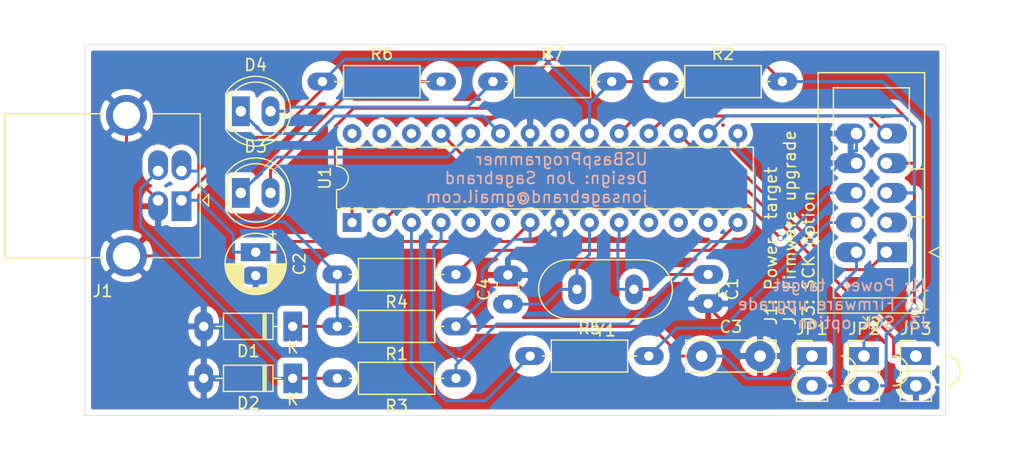
<source format=kicad_pcb>
(kicad_pcb (version 20211014) (generator pcbnew)
  (layers (0 "F.Cu" signal) (31 "B.Cu" signal) (34 "B.Paste" user) (35 "F.Paste" user) (36 "B.SilkS" user "B.Silkscreen") (37 "F.SilkS" user "F.Silkscreen") (38 "B.Mask" user) (39 "F.Mask" user) (44 "Edge.Cuts" user))
  (net 0 "")
  (net 1 "GND")
  (net 2 "XTAL2")
  (net 3 "+5V")
  (net 4 "XTAL1")
  (net 5 "Net-(D1-Pad1)")
  (net 6 "Net-(D2-Pad1)")
  (net 7 "Net-(D3-Pad2)")
  (net 8 "GreenLED")
  (net 9 "Net-(D4-Pad2)")
  (net 10 "RedLED")
  (net 11 "Net-(JP2-Pad1)")
  (net 12 "Net-(JP3-Pad1)")
  (net 13 "Net-(R3-Pad1)")
  (net 14 "Net-(R4-Pad1)")
  (net 15 "Net-(R5-Pad1)")
  (net 16 "Net-(U1-Pad28)")
  (net 17 "Net-(U1-Pad27)")
  (net 18 "Net-(U1-Pad13)")
  (net 19 "Net-(U1-Pad26)")
  (net 20 "Net-(U1-Pad12)")
  (net 21 "Net-(U1-Pad11)")
  (net 22 "Net-(U1-Pad21)")
  (net 23 "Net-(U1-Pad6)")
  (net 24 "Net-(U1-Pad5)")
  (net 25 "Net-(J2-Pad6)")
  (net 26 "Net-(J2-Pad4)")
  (net 27 "Net-(J2-Pad2)")
  (net 28 "Net-(J2-Pad9)")
  (net 29 "Net-(J2-Pad7)")
  (net 30 "Net-(J2-Pad5)")
  (net 31 "Net-(J2-Pad3)")
  (net 32 "Net-(J2-Pad1)")
  (footprint "My_Misc:C_Disc_D3.0mm_W1.6mm_P2.50mm_larg" (layer "F.Cu") (at 168.275 116.84 -90)
    (fp_text reference "C1" (at 1.25 -2.05 90) (layer "F.SilkS"))
    (fp_text value "18p")
    (pad "1" thru_hole oval locked (at 0 0 270) (size 1.6 2.54) (drill 0.8) (layers *.Cu *.Mask) (net 2 "XTAL2"))
    (pad "2" thru_hole oval locked (at 2.5 0 270) (size 1.6 2.54) (drill 0.8) (layers *.Cu *.Mask) (net 1 "GND"))
  )
  (footprint "My_Misc:CP_Radial_D5.0mm_P2.00mm_larger" (layer "F.Cu") (at 129.54 114.935 -90)
    (fp_text reference "C2" (at 1 -3.75 90) (layer "F.SilkS"))
    (fp_text value "4.7u")
    (pad "1" thru_hole rect (at 0 0 270) (size 1.524 2.54) (drill 0.8) (layers *.Cu *.Mask) (net 3 "+5V"))
    (pad "2" thru_hole oval (at 2 0 270) (size 1.524 2.54) (drill 0.8) (layers *.Cu *.Mask) (net 1 "GND"))
  )
  (footprint "My_Misc:C_Disc_D7.5mm_W2.5mm_P5.00mm_larger" (layer "F.Cu") (at 167.72 123.825)
    (fp_text reference "C3" (at 2.5 -2.5) (layer "F.SilkS"))
    (fp_text value "100n")
    (pad "1" thru_hole oval locked (at 0 0) (size 2.54 2.54) (drill 1) (layers *.Cu *.Mask) (net 3 "+5V"))
    (pad "2" thru_hole oval locked (at 5 0) (size 2.54 2.54) (drill 1) (layers *.Cu *.Mask) (net 1 "GND"))
  )
  (footprint "My_Misc:C_Disc_D3.0mm_W1.6mm_P2.50mm_larg" (layer "F.Cu") (at 151.13 119.38 90)
    (fp_text reference "C4" (at 1.25 -2.05 90) (layer "F.SilkS"))
    (fp_text value "18p")
    (pad "1" thru_hole oval locked (at 0 0 90) (size 1.6 2.54) (drill 0.8) (layers *.Cu *.Mask) (net 4 "XTAL1"))
    (pad "2" thru_hole oval locked (at 2.5 0 90) (size 1.6 2.54) (drill 0.8) (layers *.Cu *.Mask) (net 1 "GND"))
  )
  (footprint "My_Misc:D_DO-35_SOD27_P7.62mm_Horizontal_large" (layer "F.Cu") (at 132.715 121.285 180)
    (fp_text reference "D1" (at 3.81 -2.12) (layer "F.SilkS"))
    (fp_text value "3V6")
    (fp_text user "K" (at 0 -1.8) (layer "F.SilkS"))
    (pad "1" thru_hole rect locked (at 0 0 180) (size 1.6 2.54) (drill 0.8) (layers *.Cu *.Mask) (net 5 "Net-(D1-Pad1)"))
    (pad "2" thru_hole oval locked (at 7.62 0 180) (size 1.6 2.54) (drill 0.8) (layers *.Cu *.Mask) (net 1 "GND"))
  )
  (footprint "My_Misc:D_DO-35_SOD27_P7.62mm_Horizontal_large" (layer "F.Cu") (at 132.715 125.73 180)
    (fp_text reference "D2" (at 3.81 -2.12) (layer "F.SilkS"))
    (fp_text value "3V6")
    (fp_text user "K" (at 0 -1.8) (layer "F.SilkS"))
    (pad "1" thru_hole rect locked (at 0 0 180) (size 1.6 2.54) (drill 0.8) (layers *.Cu *.Mask) (net 6 "Net-(D2-Pad1)"))
    (pad "2" thru_hole oval locked (at 7.62 0 180) (size 1.6 2.54) (drill 0.8) (layers *.Cu *.Mask) (net 1 "GND"))
  )
  (footprint "My_Misc:LED_D5.0mm_larger_pads" (layer "F.Cu") (at 128.27 109.855)
    (fp_text reference "D3" (at 1.27 -3.96) (layer "F.SilkS"))
    (fp_text value "LED green" hide)
    (pad "1" thru_hole rect locked (at 0 0) (size 1.524 2.54) (drill 0.9) (layers *.Cu *.Mask) (net 8 "GreenLED"))
    (pad "2" thru_hole oval locked (at 2.54 0) (size 1.524 2.54) (drill 0.9) (layers *.Cu *.Mask) (net 7 "Net-(D3-Pad2)"))
  )
  (footprint "My_Misc:LED_D5.0mm_larger_pads" (layer "F.Cu") (at 128.27 102.87)
    (fp_text reference "D4" (at 1.27 -3.96) (layer "F.SilkS"))
    (fp_text value "LED red" hide)
    (pad "1" thru_hole rect locked (at 0 0) (size 1.524 2.54) (drill 0.9) (layers *.Cu *.Mask) (net 10 "RedLED"))
    (pad "2" thru_hole oval locked (at 2.54 0) (size 1.524 2.54) (drill 0.9) (layers *.Cu *.Mask) (net 9 "Net-(D4-Pad2)"))
  )
  (footprint "My_Misc:USB_B_OST_USB-B1HSxx_Horizontal_large" (layer "F.Cu") (at 123.19 110.49 180)
    (fp_text reference "J1" (at 6.76 -7.77) (layer "F.SilkS"))
    (fp_text value "USB_B")
    (pad "1" thru_hole rect locked (at 0 0 180) (size 1.7 2.54) (drill 0.92 (offset 0 -0.508)) (layers *.Cu *.Mask) (net 3 "+5V"))
    (pad "2" thru_hole oval locked (at 0 2.5 180) (size 1.7 2.54) (drill 0.92 (offset 0 0.508)) (layers *.Cu *.Mask) (net 5 "Net-(D1-Pad1)"))
    (pad "3" thru_hole oval locked (at 2 2.5 180) (size 1.7 2.54) (drill 0.92 (offset 0 0.508)) (layers *.Cu *.Mask) (net 6 "Net-(D2-Pad1)"))
    (pad "4" thru_hole oval locked (at 2 0 180) (size 1.7 2.54) (drill 0.92 (offset 0 -0.508)) (layers *.Cu *.Mask) (net 1 "GND"))
    (pad "5" thru_hole circle locked (at 4.71 -4.77 180) (size 3.5 3.5) (drill 2.33) (layers *.Cu *.Mask) (net 1 "GND"))
    (pad "5" thru_hole circle locked (at 4.71 7.27 180) (size 3.5 3.5) (drill 2.33) (layers *.Cu *.Mask) (net 1 "GND"))
  )
  (footprint "My_Parts:Jumper_1x02_P2.54mm_large" (layer "F.Cu") (at 177.165 123.825)
    (fp_text reference "JP1" (at 0 -2.33) (layer "F.SilkS"))
    (fp_text value "Supply target" hide)
    (pad "1" thru_hole rect locked (at 0 0) (size 2.54 1.524) (drill 1) (layers *.Cu *.Mask) (net 3 "+5V"))
    (pad "2" thru_hole oval locked (at 0 2.54) (size 2.54 1.524) (drill 1) (layers *.Cu *.Mask) (net 27 "Net-(J2-Pad2)"))
  )
  (footprint "My_Parts:Jumper_1x02_P2.54mm_large" (layer "F.Cu") (at 181.61 123.825)
    (fp_text reference "JP2" (at 0 -2.33) (layer "F.SilkS"))
    (fp_text value "Self programming" hide)
    (pad "1" thru_hole rect locked (at 0 0) (size 2.54 1.524) (drill 1) (layers *.Cu *.Mask) (net 11 "Net-(JP2-Pad1)"))
    (pad "2" thru_hole oval locked (at 0 2.54) (size 2.54 1.524) (drill 1) (layers *.Cu *.Mask) (net 30 "Net-(J2-Pad5)"))
  )
  (footprint "My_Parts:Jumper_1x02_P2.54mm_large" (layer "F.Cu") (at 186.055 123.825)
    (fp_text reference "JP3" (at 0 -2.33) (layer "F.SilkS"))
    (fp_text value "Slow SCK" hide)
    (pad "1" thru_hole rect locked (at 0 0) (size 2.54 1.524) (drill 1) (layers *.Cu *.Mask) (net 12 "Net-(JP3-Pad1)"))
    (pad "2" thru_hole oval locked (at 0 2.54) (size 2.54 1.524) (drill 1) (layers *.Cu *.Mask) (net 1 "GND"))
  )
  (footprint "My_Misc:R_Axial_DIN0207_L6.3mm_D2.5mm_P10.16mm_Horizontal_larger_pads" (layer "F.Cu") (at 146.685 121.285 180)
    (fp_text reference "R1" (at 5.08 -2.37) (layer "F.SilkS"))
    (fp_text value "2k2" hide)
    (pad "1" thru_hole oval (at 0 0 180) (size 2.54 1.524) (drill 0.8) (layers *.Cu *.Mask) (net 3 "+5V"))
    (pad "2" thru_hole oval (at 10.16 0 180) (size 2.54 1.524) (drill 0.8) (layers *.Cu *.Mask) (net 5 "Net-(D1-Pad1)"))
  )
  (footprint "My_Misc:R_Axial_DIN0207_L6.3mm_D2.5mm_P10.16mm_Horizontal_larger_pads" (layer "F.Cu") (at 164.465 100.33)
    (fp_text reference "R2" (at 5.08 -2.37) (layer "F.SilkS"))
    (fp_text value "10k" hide)
    (pad "1" thru_hole oval (at 0 0) (size 2.54 1.524) (drill 0.8) (layers *.Cu *.Mask) (net 3 "+5V"))
    (pad "2" thru_hole oval (at 10.16 0) (size 2.54 1.524) (drill 0.8) (layers *.Cu *.Mask) (net 11 "Net-(JP2-Pad1)"))
  )
  (footprint "My_Misc:R_Axial_DIN0207_L6.3mm_D2.5mm_P10.16mm_Horizontal_larger_pads" (layer "F.Cu") (at 146.685 125.73 180)
    (fp_text reference "R3" (at 5.08 -2.37) (layer "F.SilkS"))
    (fp_text value "68R" hide)
    (pad "1" thru_hole oval (at 0 0 180) (size 2.54 1.524) (drill 0.8) (layers *.Cu *.Mask) (net 13 "Net-(R3-Pad1)"))
    (pad "2" thru_hole oval (at 10.16 0 180) (size 2.54 1.524) (drill 0.8) (layers *.Cu *.Mask) (net 6 "Net-(D2-Pad1)"))
  )
  (footprint "My_Misc:R_Axial_DIN0207_L6.3mm_D2.5mm_P10.16mm_Horizontal_larger_pads" (layer "F.Cu") (at 146.685 116.84 180)
    (fp_text reference "R4" (at 5.08 -2.37) (layer "F.SilkS"))
    (fp_text value "68R" hide)
    (pad "1" thru_hole oval (at 0 0 180) (size 2.54 1.524) (drill 0.8) (layers *.Cu *.Mask) (net 14 "Net-(R4-Pad1)"))
    (pad "2" thru_hole oval (at 10.16 0 180) (size 2.54 1.524) (drill 0.8) (layers *.Cu *.Mask) (net 5 "Net-(D1-Pad1)"))
  )
  (footprint "My_Misc:R_Axial_DIN0207_L6.3mm_D2.5mm_P10.16mm_Horizontal_larger_pads" (layer "F.Cu") (at 153.035 123.825)
    (fp_text reference "R5" (at 5.08 -2.37) (layer "F.SilkS"))
    (fp_text value "1k" hide)
    (pad "1" thru_hole oval (at 0 0) (size 2.54 1.524) (drill 0.8) (layers *.Cu *.Mask) (net 15 "Net-(R5-Pad1)"))
    (pad "2" thru_hole oval (at 10.16 0) (size 2.54 1.524) (drill 0.8) (layers *.Cu *.Mask) (net 26 "Net-(J2-Pad4)"))
  )
  (footprint "My_Misc:R_Axial_DIN0207_L6.3mm_D2.5mm_P10.16mm_Horizontal_larger_pads" (layer "F.Cu") (at 135.255 100.33)
    (fp_text reference "R6" (at 5.08 -2.37) (layer "F.SilkS"))
    (fp_text value "330R" hide)
    (pad "1" thru_hole oval (at 0 0) (size 2.54 1.524) (drill 0.8) (layers *.Cu *.Mask) (net 3 "+5V"))
    (pad "2" thru_hole oval (at 10.16 0) (size 2.54 1.524) (drill 0.8) (layers *.Cu *.Mask) (net 7 "Net-(D3-Pad2)"))
  )
  (footprint "My_Misc:R_Axial_DIN0207_L6.3mm_D2.5mm_P10.16mm_Horizontal_larger_pads" (layer "F.Cu") (at 149.86 100.33)
    (fp_text reference "R7" (at 5.08 -2.37) (layer "F.SilkS"))
    (fp_text value "330R" hide)
    (pad "1" thru_hole oval (at 0 0) (size 2.54 1.524) (drill 0.8) (layers *.Cu *.Mask) (net 9 "Net-(D4-Pad2)"))
    (pad "2" thru_hole oval (at 10.16 0) (size 2.54 1.524) (drill 0.8) (layers *.Cu *.Mask) (net 3 "+5V"))
  )
  (footprint "Package_DIP:DIP-28_W7.62mm" (layer "F.Cu") (at 137.795 112.395 90)
    (fp_text reference "U1" (at 3.81 -2.33 90) (layer "F.SilkS"))
    (fp_text value "ATmega88-20PU")
    (pad "1" thru_hole rect locked (at 0 0 90) (size 1.6 1.6) (drill 0.8) (layers *.Cu *.Mask) (net 11 "Net-(JP2-Pad1)"))
    (pad "2" thru_hole oval locked (at 0 2.54 90) (size 1.6 1.6) (drill 0.8) (layers *.Cu *.Mask) (net 25 "Net-(J2-Pad6)"))
    (pad "3" thru_hole oval locked (at 0 5.08 90) (size 1.6 1.6) (drill 0.8) (layers *.Cu *.Mask) (net 15 "Net-(R5-Pad1)"))
    (pad "4" thru_hole oval locked (at 0 7.62 90) (size 1.6 1.6) (drill 0.8) (layers *.Cu *.Mask) (net 13 "Net-(R3-Pad1)"))
    (pad "5" thru_hole oval locked (at 0 10.16 90) (size 1.6 1.6) (drill 0.8) (layers *.Cu *.Mask) (net 24 "Net-(U1-Pad5)"))
    (pad "6" thru_hole oval locked (at 0 12.7 90) (size 1.6 1.6) (drill 0.8) (layers *.Cu *.Mask) (net 23 "Net-(U1-Pad6)"))
    (pad "7" thru_hole oval locked (at 0 15.24 90) (size 1.6 1.6) (drill 0.8) (layers *.Cu *.Mask) (net 3 "+5V"))
    (pad "8" thru_hole oval locked (at 0 17.78 90) (size 1.6 1.6) (drill 0.8) (layers *.Cu *.Mask) (net 1 "GND"))
    (pad "9" thru_hole oval locked (at 0 20.32 90) (size 1.6 1.6) (drill 0.8) (layers *.Cu *.Mask) (net 4 "XTAL1"))
    (pad "10" thru_hole oval locked (at 0 22.86 90) (size 1.6 1.6) (drill 0.8) (layers *.Cu *.Mask) (net 2 "XTAL2"))
    (pad "11" thru_hole oval locked (at 0 25.4 90) (size 1.6 1.6) (drill 0.8) (layers *.Cu *.Mask) (net 21 "Net-(U1-Pad11)"))
    (pad "12" thru_hole oval locked (at 0 27.94 90) (size 1.6 1.6) (drill 0.8) (layers *.Cu *.Mask) (net 20 "Net-(U1-Pad12)"))
    (pad "13" thru_hole oval locked (at 0 30.48 90) (size 1.6 1.6) (drill 0.8) (layers *.Cu *.Mask) (net 18 "Net-(U1-Pad13)"))
    (pad "14" thru_hole oval locked (at 0 33.02 90) (size 1.6 1.6) (drill 0.8) (layers *.Cu *.Mask) (net 14 "Net-(R4-Pad1)"))
    (pad "15" thru_hole oval locked (at 7.62 33.02 90) (size 1.6 1.6) (drill 0.8) (layers *.Cu *.Mask) (net 13 "Net-(R3-Pad1)"))
    (pad "16" thru_hole oval locked (at 7.62 30.48 90) (size 1.6 1.6) (drill 0.8) (layers *.Cu *.Mask) (net 30 "Net-(J2-Pad5)"))
    (pad "17" thru_hole oval locked (at 7.62 27.94 90) (size 1.6 1.6) (drill 0.8) (layers *.Cu *.Mask) (net 32 "Net-(J2-Pad1)"))
    (pad "18" thru_hole oval locked (at 7.62 25.4 90) (size 1.6 1.6) (drill 0.8) (layers *.Cu *.Mask) (net 28 "Net-(J2-Pad9)"))
    (pad "19" thru_hole oval locked (at 7.62 22.86 90) (size 1.6 1.6) (drill 0.8) (layers *.Cu *.Mask) (net 29 "Net-(J2-Pad7)"))
    (pad "20" thru_hole oval locked (at 7.62 20.32 90) (size 1.6 1.6) (drill 0.8) (layers *.Cu *.Mask) (net 3 "+5V"))
    (pad "21" thru_hole oval locked (at 7.62 17.78 90) (size 1.6 1.6) (drill 0.8) (layers *.Cu *.Mask) (net 22 "Net-(U1-Pad21)"))
    (pad "22" thru_hole oval locked (at 7.62 15.24 90) (size 1.6 1.6) (drill 0.8) (layers *.Cu *.Mask) (net 1 "GND"))
    (pad "23" thru_hole oval locked (at 7.62 12.7 90) (size 1.6 1.6) (drill 0.8) (layers *.Cu *.Mask) (net 10 "RedLED"))
    (pad "24" thru_hole oval locked (at 7.62 10.16 90) (size 1.6 1.6) (drill 0.8) (layers *.Cu *.Mask) (net 8 "GreenLED"))
    (pad "25" thru_hole oval locked (at 7.62 7.62 90) (size 1.6 1.6) (drill 0.8) (layers *.Cu *.Mask) (net 12 "Net-(JP3-Pad1)"))
    (pad "26" thru_hole oval locked (at 7.62 5.08 90) (size 1.6 1.6) (drill 0.8) (layers *.Cu *.Mask) (net 19 "Net-(U1-Pad26)"))
    (pad "27" thru_hole oval locked (at 7.62 2.54 90) (size 1.6 1.6) (drill 0.8) (layers *.Cu *.Mask) (net 17 "Net-(U1-Pad27)"))
    (pad "28" thru_hole oval locked (at 7.62 0 90) (size 1.6 1.6) (drill 0.8) (layers *.Cu *.Mask) (net 16 "Net-(U1-Pad28)"))
  )
  (footprint "My_Misc:Crystal_HC49-4H_Vertical_large" (layer "F.Cu") (at 161.925 118.11 180)
    (fp_text reference "Y1" (at 2.44 -3.525) (layer "F.SilkS"))
    (fp_text value "12MHz")
    (pad "1" thru_hole oval locked (at 0 0 180) (size 1.5 2.54) (drill 0.8) (layers *.Cu *.Mask) (net 2 "XTAL2"))
    (pad "2" thru_hole oval locked (at 4.88 0 180) (size 1.5 2.54) (drill 0.8) (layers *.Cu *.Mask) (net 4 "XTAL1"))
  )
  (footprint "My_Misc:IDC-Header_2x05_P2.54mm_Vertical_large" (layer "F.Cu") (at 183.515 114.935 180)
    (fp_text reference "J2" (at 1.27 -6.1) (layer "F.SilkS"))
    (fp_text value "ISP_header_Conn_02x05_Odd_Even")
    (pad "1" thru_hole rect locked (at 0 0 180) (size 2.54 1.7) (drill 1 (offset -0.508 0)) (layers *.Cu *.Mask) (net 32 "Net-(J2-Pad1)"))
    (pad "2" thru_hole oval locked (at 2.54 0 180) (size 2.54 1.7) (drill 1 (offset 0.508 0)) (layers *.Cu *.Mask) (net 27 "Net-(J2-Pad2)"))
    (pad "3" thru_hole oval locked (at 0 2.54 180) (size 2.54 1.7) (drill 1 (offset -0.508 0)) (layers *.Cu *.Mask) (net 31 "Net-(J2-Pad3)"))
    (pad "4" thru_hole oval locked (at 2.54 2.54 180) (size 2.54 1.7) (drill 1 (offset 0.508 0)) (layers *.Cu *.Mask) (net 26 "Net-(J2-Pad4)"))
    (pad "5" thru_hole oval locked (at 0 5.08 180) (size 2.54 1.7) (drill 1 (offset -0.508 0)) (layers *.Cu *.Mask) (net 30 "Net-(J2-Pad5)"))
    (pad "6" thru_hole oval locked (at 2.54 5.08 180) (size 2.54 1.7) (drill 1 (offset 0.508 0)) (layers *.Cu *.Mask) (net 25 "Net-(J2-Pad6)"))
    (pad "7" thru_hole oval locked (at 0 7.62 180) (size 2.54 1.7) (drill 1 (offset -0.508 0)) (layers *.Cu *.Mask) (net 29 "Net-(J2-Pad7)"))
    (pad "8" thru_hole oval locked (at 2.54 7.62 180) (size 2.54 1.7) (drill 1 (offset 0.508 0)) (layers *.Cu *.Mask) (net 1 "GND"))
    (pad "9" thru_hole oval locked (at 0 10.16 180) (size 2.54 1.7) (drill 1 (offset -0.508 0)) (layers *.Cu *.Mask) (net 28 "Net-(J2-Pad9)"))
    (pad "10" thru_hole oval locked (at 2.54 10.16 180) (size 2.54 1.7) (drill 1 (offset 0.508 0)) (layers *.Cu *.Mask) (net 1 "GND"))
  )
  (gr_line (start 188.595 97.155) (end 188.595 128.905) (layer "Edge.Cuts") (width 0.05))
  (gr_line (start 114.935 128.905) (end 114.935 97.155) (layer "Edge.Cuts") (width 0.05))
  (gr_line (start 188.595 128.905) (end 114.935 128.905) (layer "Edge.Cuts") (width 0.05))
  (gr_line (start 114.935 97.155) (end 188.595 97.155) (layer "Edge.Cuts") (width 0.05))
  (gr_text "J1: Power  target\nJ2: Firmware upgrade\nJ3: SCK option" (at 187.325 119.38) (layer "B.SilkS") (effects (font (size 1 1)) (justify left mirror)))
  (gr_text "USBaspProgrammer\nDesign: Jon Sagebrand\njonsagebrand@gmail.com" (at 163.195 108.585) (layer "B.SilkS") (effects (font (size 1 1)) (justify left mirror)))
  (gr_text "J1: Power  target\nJ2: Firmware upgrade\nJ3: SCK option" (at 175.26 121.285 90) (layer "F.SilkS") (effects (font (size 1 1.016)) (justify left)))
  (segment (start 174.752 127.7623) (end 172.72 125.7303) (width 0.254) (layer "F.Cu") (net 1))
  (segment (start 168.0054 119.34) (end 166.3697 119.34) (width 0.254) (layer "F.Cu") (net 1))
  (segment (start 121.19 110.49) (end 118.48 107.78) (width 0.254) (layer "F.Cu") (net 1))
  (segment (start 168.0054 119.34) (end 170.8147 122.1493) (width 0.254) (layer "F.Cu") (net 1))
  (segment (start 151.13 116.88) (end 151.13 117.7377) (width 0.254) (layer "F.Cu") (net 1))
  (segment (start 125.095 121.285) (end 125.095 119.3797) (width 0.254) (layer "F.Cu") (net 1))
  (segment (start 170.8147 122.1493) (end 170.8147 123.825) (width 0.254) (layer "F.Cu") (net 1))
  (segment (start 129.9582 118.7505) (end 129.54 118.3323) (width 0.254) (layer "F.Cu") (net 1))
  (segment (start 121.19 115.0453) (end 120.9753 115.26) (width 0.254) (layer "F.Cu") (net 1))
  (segment (start 149.5413 117.7377) (end 148.5285 118.7505) (width 0.254) (layer "F.Cu") (net 1))
  (segment (start 120.9753 115.26) (end 118.48 115.26) (width 0.254) (layer "F.Cu") (net 1))
  (segment (start 154.2804 120.0304) (end 151.9877 117.7377) (width 0.254) (layer "F.Cu") (net 1))
  (segment (start 151.13 117.7377) (end 149.5413 117.7377) (width 0.254) (layer "F.Cu") (net 1))
  (segment (start 172.72 123.825) (end 170.8147 123.825) (width 0.254) (layer "F.Cu") (net 1))
  (segment (start 172.72 123.825) (end 172.72 125.7303) (width 0.254) (layer "F.Cu") (net 1))
  (segment (start 118.48 107.78) (end 118.48 103.22) (width 0.254) (layer "F.Cu") (net 1))
  (segment (start 165.6793 120.0304) (end 154.2804 120.0304) (width 0.254) (layer "F.Cu") (net 1))
  (segment (start 126.1424 118.3323) (end 125.095 119.3797) (width 0.254) (layer "F.Cu") (net 1))
  (segment (start 186.055 127.7623) (end 174.752 127.7623) (width 0.254) (layer "F.Cu") (net 1))
  (segment (start 166.3697 119.34) (end 165.6793 120.0304) (width 0.254) (layer "F.Cu") (net 1))
  (segment (start 129.54 116.935) (end 129.54 118.3323) (width 0.254) (layer "F.Cu") (net 1))
  (segment (start 125.095 119.3797) (end 120.9753 115.26) (width 0.254) (layer "F.Cu") (net 1))
  (segment (start 148.5285 118.7505) (end 129.9582 118.7505) (width 0.254) (layer "F.Cu") (net 1))
  (segment (start 129.54 118.3323) (end 126.1424 118.3323) (width 0.254) (layer "F.Cu") (net 1))
  (segment (start 121.19 110.49) (end 121.19 115.0453) (width 0.254) (layer "F.Cu") (net 1))
  (segment (start 168.275 119.34) (end 168.0054 119.34) (width 0.254) (layer "F.Cu") (net 1))
  (segment (start 151.9877 117.7377) (end 151.13 117.7377) (width 0.254) (layer "F.Cu") (net 1))
  (segment (start 186.055 126.365) (end 186.055 127.7623) (width 0.254) (layer "F.Cu") (net 1))
  (segment (start 168.275 119.34) (end 173.4345 114.1805) (width 0.254) (layer "B.Cu") (net 1))
  (segment (start 155.32 112.395) (end 155.32 108.4953) (width 0.254) (layer "B.Cu") (net 1))
  (segment (start 151.13 116.88) (end 151.13 115.4447) (width 0.254) (layer "B.Cu") (net 1))
  (segment (start 173.4345 113.4862) (end 179.6057 107.315) (width 0.254) (layer "B.Cu") (net 1))
  (segment (start 179.6057 107.315) (end 179.7684 107.315) (width 0.254) (layer "B.Cu") (net 1))
  (segment (start 155.32 108.4953) (end 153.035 106.2103) (width 0.254) (layer "B.Cu") (net 1))
  (segment (start 180.8231 106.2603) (end 180.975 106.2603) (width 0.254) (layer "B.Cu") (net 1))
  (segment (start 153.035 104.775) (end 153.035 106.2103) (width 0.254) (layer "B.Cu") (net 1))
  (segment (start 155.32 112.65) (end 155.32 112.395) (width 0.254) (layer "B.Cu") (net 1))
  (segment (start 180.975 107.315) (end 179.7684 107.315) (width 0.254) (layer "B.Cu") (net 1))
  (segment (start 125.095 121.285) (end 125.095 125.73) (width 0.254) (layer "B.Cu") (net 1))
  (segment (start 173.4345 114.1805) (end 173.4345 113.4862) (width 0.254) (layer "B.Cu") (net 1))
  (segment (start 152.5253 115.4447) (end 155.32 112.65) (width 0.254) (layer "B.Cu") (net 1))
  (segment (start 179.7684 107.315) (end 180.8231 106.2603) (width 0.254) (layer "B.Cu") (net 1))
  (segment (start 155.32 112.395) (end 155.575 112.395) (width 0.254) (layer "B.Cu") (net 1))
  (segment (start 180.975 104.775) (end 180.975 106.2603) (width 0.254) (layer "B.Cu") (net 1))
  (segment (start 151.13 115.4447) (end 152.5253 115.4447) (width 0.254) (layer "B.Cu") (net 1))
  (segment (start 161.925 118.11) (end 163.3103 118.11) (width 0.254) (layer "F.Cu") (net 2))
  (segment (start 168.275 116.84) (end 164.5803 116.84) (width 0.254) (layer "F.Cu") (net 2))
  (segment (start 164.5803 116.84) (end 163.3103 118.11) (width 0.254) (layer "F.Cu") (net 2))
  (segment (start 160.655 113.8303) (end 160.5397 113.9456) (width 0.254) (layer "B.Cu") (net 2))
  (segment (start 160.655 112.395) (end 160.655 113.8303) (width 0.254) (layer "B.Cu") (net 2))
  (segment (start 161.925 118.11) (end 160.5397 118.11) (width 0.254) (layer "B.Cu") (net 2))
  (segment (start 160.5397 113.9456) (end 160.5397 118.11) (width 0.254) (layer "B.Cu") (net 2))
  (segment (start 128.5833 105.0967) (end 131.133 105.0967) (width 0.254) (layer "F.Cu") (net 3))
  (segment (start 167.72 123.825) (end 165.8147 123.825) (width 0.254) (layer "F.Cu") (net 3))
  (segment (start 123.19 110.49) (end 128.5833 105.0967) (width 0.254) (layer "F.Cu") (net 3))
  (segment (start 163.3938 121.285) (end 146.685 121.285) (width 0.254) (layer "F.Cu") (net 3))
  (segment (start 131.133 105.0967) (end 135.255 100.9747) (width 0.254) (layer "F.Cu") (net 3))
  (segment (start 129.54 114.935) (end 131.4453 114.935) (width 0.254) (layer "F.Cu") (net 3))
  (segment (start 165.8147 123.7059) (end 163.3938 121.285) (width 0.254) (layer "F.Cu") (net 3))
  (segment (start 151.4159 114.0141) (end 153.035 112.395) (width 0.254) (layer "F.Cu") (net 3))
  (segment (start 135.255 100.9747) (end 135.255 100.33) (width 0.254) (layer "F.Cu") (net 3))
  (segment (start 132.3662 114.0141) (end 151.4159 114.0141) (width 0.254) (layer "F.Cu") (net 3))
  (segment (start 160.02 100.33) (end 164.465 100.33) (width 0.254) (layer "F.Cu") (net 3))
  (segment (start 131.4453 114.935) (end 132.3662 114.0141) (width 0.254) (layer "F.Cu") (net 3))
  (segment (start 165.8147 123.825) (end 165.8147 123.7059) (width 0.254) (layer "F.Cu") (net 3))
  (segment (start 129.54 114.935) (end 127.6347 114.935) (width 0.254) (layer "B.Cu") (net 3))
  (segment (start 153.035 112.395) (end 153.035 113.8303) (width 0.254) (layer "B.Cu") (net 3))
  (segment (start 127.6347 114.935) (end 127.6347 113.4494) (width 0.254) (layer "B.Cu") (net 3))
  (segment (start 175.2328 125.7572) (end 177.165 123.825) (width 0.254) (layer "B.Cu") (net 3))
  (segment (start 169.6253 123.825) (end 171.5575 125.7572) (width 0.254) (layer "B.Cu") (net 3))
  (segment (start 148.9443 116.4857) (end 148.9443 119.0257) (width 0.254) (layer "B.Cu") (net 3))
  (segment (start 135.255 100.33) (end 137.1695 98.4155) (width 0.254) (layer "B.Cu") (net 3))
  (segment (start 158.115 102.235) (end 158.115 103.3397) (width 0.254) (layer "B.Cu") (net 3))
  (segment (start 151.5997 113.8303) (end 148.9443 116.4857) (width 0.254) (layer "B.Cu") (net 3))
  (segment (start 153.035 113.8303) (end 151.5997 113.8303) (width 0.254) (layer "B.Cu") (net 3))
  (segment (start 167.72 123.825) (end 169.6253 123.825) (width 0.254) (layer "B.Cu") (net 3))
  (segment (start 160.02 100.33) (end 158.115 102.235) (width 0.254) (layer "B.Cu") (net 3))
  (segment (start 171.5575 125.7572) (end 175.2328 125.7572) (width 0.254) (layer "B.Cu") (net 3))
  (segment (start 137.1695 98.4155) (end 154.2955 98.4155) (width 0.254) (layer "B.Cu") (net 3))
  (segment (start 158.115 104.775) (end 158.115 103.3397) (width 0.254) (layer "B.Cu") (net 3))
  (segment (start 154.2955 98.4155) (end 158.115 102.235) (width 0.254) (layer "B.Cu") (net 3))
  (segment (start 123.19 110.49) (end 124.6753 110.49) (width 0.254) (layer "B.Cu") (net 3))
  (segment (start 148.9443 119.0257) (end 146.685 121.285) (width 0.254) (layer "B.Cu") (net 3))
  (segment (start 127.6347 113.4494) (end 124.6753 110.49) (width 0.254) (layer "B.Cu") (net 3))
  (segment (start 157.045 118.11) (end 157.045 116.2047) (width 0.254) (layer "B.Cu") (net 4))
  (segment (start 157.045 118.11) (end 155.6597 118.11) (width 0.254) (layer "B.Cu") (net 4))
  (segment (start 154.3897 119.38) (end 155.6597 118.11) (width 0.254) (layer "B.Cu") (net 4))
  (segment (start 151.13 119.38) (end 154.3897 119.38) (width 0.254) (layer "B.Cu") (net 4))
  (segment (start 158.115 115.1347) (end 157.045 116.2047) (width 0.254) (layer "B.Cu") (net 4))
  (segment (start 158.115 112.395) (end 158.115 115.1347) (width 0.254) (layer "B.Cu") (net 4))
  (segment (start 132.715 121.285) (end 136.525 121.285) (width 0.254) (layer "F.Cu") (net 5))
  (segment (start 127.7622 112.3209) (end 132.0059 112.3209) (width 0.254) (layer "B.Cu") (net 5))
  (segment (start 124.6753 109.234) (end 127.7622 112.3209) (width 0.254) (layer "B.Cu") (net 5))
  (segment (start 123.19 107.99) (end 124.6753 107.99) (width 0.254) (layer "B.Cu") (net 5))
  (segment (start 136.525 121.285) (end 136.525 116.84) (width 0.254) (layer "B.Cu") (net 5))
  (segment (start 132.0059 112.3209) (end 136.525 116.84) (width 0.254) (layer "B.Cu") (net 5))
  (segment (start 124.6753 107.99) (end 124.6753 109.234) (width 0.254) (layer "B.Cu") (net 5))
  (segment (start 132.715 125.73) (end 136.525 125.73) (width 0.254) (layer "F.Cu") (net 6))
  (segment (start 119.6851 112.7001) (end 119.6851 109.4949) (width 0.254) (layer "B.Cu") (net 6))
  (segment (start 131.2797 125.73) (end 131.2797 124.2947) (width 0.254) (layer "B.Cu") (net 6))
  (segment (start 132.715 125.73) (end 131.2797 125.73) (width 0.254) (layer "B.Cu") (net 6))
  (segment (start 131.2797 124.2947) (end 119.6851 112.7001) (width 0.254) (layer "B.Cu") (net 6))
  (segment (start 119.6851 109.4949) (end 121.19 107.99) (width 0.254) (layer "B.Cu") (net 6))
  (segment (start 130.81 109.855) (end 130.81 107.9497) (width 0.254) (layer "F.Cu") (net 7))
  (segment (start 138.4297 100.33) (end 145.415 100.33) (width 0.254) (layer "F.Cu") (net 7))
  (segment (start 130.81 107.9497) (end 138.4297 100.33) (width 0.254) (layer "F.Cu") (net 7))
  (segment (start 131.3345 106.7905) (end 145.9395 106.7905) (width 0.254) (layer "B.Cu") (net 8))
  (segment (start 145.9395 106.7905) (end 147.955 104.775) (width 0.254) (layer "B.Cu") (net 8))
  (segment (start 128.27 109.855) (end 131.3345 106.7905) (width 0.254) (layer "B.Cu") (net 8))
  (segment (start 132.2073 102.87) (end 132.5666 102.5107) (width 0.254) (layer "B.Cu") (net 9))
  (segment (start 130.81 102.87) (end 132.2073 102.87) (width 0.254) (layer "B.Cu") (net 9))
  (segment (start 132.5666 102.5107) (end 147.6793 102.5107) (width 0.254) (layer "B.Cu") (net 9))
  (segment (start 147.6793 102.5107) (end 149.86 100.33) (width 0.254) (layer "B.Cu") (net 9))
  (segment (start 136.3009 103.2731) (end 148.9931 103.2731) (width 0.254) (layer "B.Cu") (net 10))
  (segment (start 134.796 104.778) (end 136.3009 103.2731) (width 0.254) (layer "B.Cu") (net 10))
  (segment (start 128.27 102.87) (end 130.178 104.778) (width 0.254) (layer "B.Cu") (net 10))
  (segment (start 148.9931 103.2731) (end 150.495 104.775) (width 0.254) (layer "B.Cu") (net 10))
  (segment (start 130.178 104.778) (end 134.796 104.778) (width 0.254) (layer "B.Cu") (net 10))
  (segment (start 136.3597 104.1662) (end 136.3597 109.5244) (width 0.254) (layer "F.Cu") (net 11))
  (segment (start 174.625 100.33) (end 172.7191 98.4241) (width 0.254) (layer "F.Cu") (net 11))
  (segment (start 172.7191 98.4241) (end 154.8159 98.4241) (width 0.254) (layer "F.Cu") (net 11))
  (segment (start 150.6286 102.6114) (end 137.9145 102.6114) (width 0.254) (layer "F.Cu") (net 11))
  (segment (start 137.795 112.395) (end 137.795 110.9597) (width 0.254) (layer "F.Cu") (net 11))
  (segment (start 154.8159 98.4241) (end 150.6286 102.6114) (width 0.254) (layer "F.Cu") (net 11))
  (segment (start 136.3597 109.5244) (end 137.795 110.9597) (width 0.254) (layer "F.Cu") (net 11))
  (segment (start 137.9145 102.6114) (end 136.3597 104.1662) (width 0.254) (layer "F.Cu") (net 11))
  (segment (start 181.61 123.825) (end 181.61 122.4277) (width 0.254) (layer "B.Cu") (net 11))
  (segment (start 181.61 122.4277) (end 186.7059 117.3318) (width 0.254) (layer "B.Cu") (net 11))
  (segment (start 186.7059 117.3318) (end 186.7059 103.8214) (width 0.254) (layer "B.Cu") (net 11))
  (segment (start 186.7059 103.8214) (end 183.2145 100.33) (width 0.254) (layer "B.Cu") (net 11))
  (segment (start 183.2145 100.33) (end 174.625 100.33) (width 0.254) (layer "B.Cu") (net 11))
  (segment (start 150.3561 109.7161) (end 145.415 104.775) (width 0.254) (layer "F.Cu") (net 12))
  (segment (start 184.1497 122.2973) (end 176.0623 114.2099) (width 0.254) (layer "F.Cu") (net 12))
  (segment (start 176.0623 114.2099) (end 176.0623 114.0628) (width 0.254) (layer "F.Cu") (net 12))
  (segment (start 171.7156 109.7161) (end 150.3561 109.7161) (width 0.254) (layer "F.Cu") (net 12))
  (segment (start 176.0623 114.0628) (end 171.7156 109.7161) (width 0.254) (layer "F.Cu") (net 12))
  (segment (start 186.055 123.825) (end 184.1497 123.825) (width 0.254) (layer "F.Cu") (net 12))
  (segment (start 184.1497 123.825) (end 184.1497 122.2973) (width 0.254) (layer "F.Cu") (net 12))
  (segment (start 168.5189 114.0193) (end 171.2299 114.0193) (width 0.254) (layer "B.Cu") (net 13))
  (segment (start 171.2299 114.0193) (end 172.2503 112.9989) (width 0.254) (layer "B.Cu") (net 13))
  (segment (start 172.2503 107.6456) (end 170.815 106.2103) (width 0.254) (layer "B.Cu") (net 13))
  (segment (start 144.777 122.1674) (end 144.777 114.4683) (width 0.254) (layer "B.Cu") (net 13))
  (segment (start 150.1855 121.0847) (end 161.4535 121.0847) (width 0.254) (layer "B.Cu") (net 13))
  (segment (start 145.415 112.395) (end 145.415 113.8303) (width 0.254) (layer "B.Cu") (net 13))
  (segment (start 161.4535 121.0847) (end 168.5189 114.0193) (width 0.254) (layer "B.Cu") (net 13))
  (segment (start 172.2503 112.9989) (end 172.2503 107.6456) (width 0.254) (layer "B.Cu") (net 13))
  (segment (start 146.9399 124.3303) (end 150.1855 121.0847) (width 0.254) (layer "B.Cu") (net 13))
  (segment (start 146.9399 124.3303) (end 144.777 122.1674) (width 0.254) (layer "B.Cu") (net 13))
  (segment (start 144.777 114.4683) (end 145.415 113.8303) (width 0.254) (layer "B.Cu") (net 13))
  (segment (start 146.685 125.73) (end 146.685 124.5852) (width 0.254) (layer "B.Cu") (net 13))
  (segment (start 146.685 124.5852) (end 146.9399 124.3303) (width 0.254) (layer "B.Cu") (net 13))
  (segment (start 170.815 104.775) (end 170.815 106.2103) (width 0.254) (layer "B.Cu") (net 13))
  (segment (start 170.815 112.395) (end 168.4335 114.7765) (width 0.254) (layer "F.Cu") (net 14))
  (segment (start 148.7485 114.7765) (end 146.685 116.84) (width 0.254) (layer "F.Cu") (net 14))
  (segment (start 168.4335 114.7765) (end 148.7485 114.7765) (width 0.254) (layer "F.Cu") (net 14))
  (segment (start 145.8552 127.6537) (end 142.875 124.6735) (width 0.254) (layer "B.Cu") (net 15))
  (segment (start 149.2063 127.6537) (end 145.8552 127.6537) (width 0.254) (layer "B.Cu") (net 15))
  (segment (start 142.875 124.6735) (end 142.875 112.395) (width 0.254) (layer "B.Cu") (net 15))
  (segment (start 153.035 123.825) (end 149.2063 127.6537) (width 0.254) (layer "B.Cu") (net 15))
  (segment (start 140.335 112.395) (end 141.7802 110.9498) (width 0.254) (layer "F.Cu") (net 25))
  (segment (start 141.7802 110.9498) (end 171.6915 110.9498) (width 0.254) (layer "F.Cu") (net 25))
  (segment (start 171.6915 110.9498) (end 174.4621 113.7204) (width 0.254) (layer "F.Cu") (net 25))
  (via (at 174.4621 113.7204) (size 0.508) (drill 0.4) (layers "F.Cu" "B.Cu") (net 25))
  (segment (start 178.5617 109.855) (end 174.6963 113.7204) (width 0.254) (layer "B.Cu") (net 25))
  (segment (start 180.975 109.855) (end 178.5617 109.855) (width 0.254) (layer "B.Cu") (net 25))
  (segment (start 174.6963 113.7204) (end 174.4621 113.7204) (width 0.254) (layer "B.Cu") (net 25))
  (segment (start 180.975 112.395) (end 178.5617 112.395) (width 0.254) (layer "B.Cu") (net 26))
  (segment (start 169.5414 121.4153) (end 178.5617 112.395) (width 0.254) (layer "B.Cu") (net 26))
  (segment (start 163.195 123.825) (end 165.6047 121.4153) (width 0.254) (layer "B.Cu") (net 26))
  (segment (start 165.6047 121.4153) (end 169.5414 121.4153) (width 0.254) (layer "B.Cu") (net 26))
  (segment (start 177.165 126.365) (end 179.0703 126.365) (width 0.254) (layer "B.Cu") (net 27))
  (segment (start 180.975 116.4203) (end 179.0703 118.325) (width 0.254) (layer "B.Cu") (net 27))
  (segment (start 180.975 114.935) (end 180.975 116.4203) (width 0.254) (layer "B.Cu") (net 27))
  (segment (start 179.0703 118.325) (end 179.0703 126.365) (width 0.254) (layer "B.Cu") (net 27))
  (segment (start 164.6981 103.2719) (end 182.0119 103.2719) (width 0.254) (layer "F.Cu") (net 28))
  (segment (start 163.195 104.775) (end 164.6981 103.2719) (width 0.254) (layer "F.Cu") (net 28))
  (segment (start 182.0119 103.2719) (end 183.515 104.775) (width 0.254) (layer "F.Cu") (net 28))
  (segment (start 184.2811 102.5095) (end 185.9283 104.1567) (width 0.254) (layer "F.Cu") (net 29))
  (segment (start 183.515 107.315) (end 185.9283 107.315) (width 0.254) (layer "F.Cu") (net 29))
  (segment (start 160.655 104.775) (end 162.9205 102.5095) (width 0.254) (layer "F.Cu") (net 29))
  (segment (start 162.9205 102.5095) (end 184.2811 102.5095) (width 0.254) (layer "F.Cu") (net 29))
  (segment (start 185.9283 104.1567) (end 185.9283 107.315) (width 0.254) (layer "F.Cu") (net 29))
  (segment (start 185.9283 119.5595) (end 185.9283 109.855) (width 0.254) (layer "F.Cu") (net 30))
  (segment (start 183.515 109.855) (end 185.9283 109.855) (width 0.254) (layer "F.Cu") (net 30))
  (via (at 185.9283 119.5595) (size 0.508) (drill 0.4) (layers "F.Cu" "B.Cu") (net 30))
  (segment (start 169.8037 103.2463) (end 168.275 104.775) (width 0.254) (layer "B.Cu") (net 30))
  (segment (start 183.5153 126.365) (end 183.5153 121.9725) (width 0.254) (layer "B.Cu") (net 30))
  (segment (start 183.5153 121.9725) (end 185.9283 119.5595) (width 0.254) (layer "B.Cu") (net 30))
  (segment (start 183.515 109.855) (end 185.9283 109.855) (width 0.254) (layer "B.Cu") (net 30))
  (segment (start 181.61 126.365) (end 183.5153 126.365) (width 0.254) (layer "B.Cu") (net 30))
  (segment (start 185.9283 109.855) (end 185.9283 104.1532) (width 0.254) (layer "B.Cu") (net 30))
  (segment (start 185.9283 104.1532) (end 185.0214 103.2463) (width 0.254) (layer "B.Cu") (net 30))
  (segment (start 185.0214 103.2463) (end 169.8037 103.2463) (width 0.254) (layer "B.Cu") (net 30))
  (segment (start 179.3847 116.4224) (end 177.0698 114.1075) (width 0.254) (layer "F.Cu") (net 32))
  (segment (start 177.0698 113.9584) (end 169.3496 106.2382) (width 0.254) (layer "F.Cu") (net 32))
  (segment (start 183.515 114.935) (end 182.0276 116.4224) (width 0.254) (layer "F.Cu") (net 32))
  (segment (start 169.3496 106.2382) (end 167.1982 106.2382) (width 0.254) (layer "F.Cu") (net 32))
  (segment (start 177.0698 114.1075) (end 177.0698 113.9584) (width 0.254) (layer "F.Cu") (net 32))
  (segment (start 167.1982 106.2382) (end 165.735 104.775) (width 0.254) (layer "F.Cu") (net 32))
  (segment (start 182.0276 116.4224) (end 179.3847 116.4224) (width 0.254) (layer "F.Cu") (net 32))
  (zone (net 0) (net_name "") (layer "F.Cu") (connect_pads (clearance 0.508)) (min_thickness 0.254) (fill yes (thermal_gap 0.508) (thermal_bridge_width 0.508))
    (polygon (pts (xy 192.405 132.715) (xy 111.125 132.715) (xy 111.125 93.345) (xy 192.405 93.345)))
  )
  (zone (net 1) (net_name "GND") (layer "F.Cu") (connect_pads (clearance 0.508)) (min_thickness 0.254) (fill yes (thermal_gap 0.508) (thermal_bridge_width 0.508))
    (polygon (pts (xy 191.77 132.08) (xy 111.76 132.08) (xy 111.76 93.98) (xy 191.77 93.98)))
  )
  (zone (net 0) (net_name "") (layer "B.Cu") (connect_pads (clearance 0.508)) (min_thickness 0.254) (fill yes (thermal_gap 0.508) (thermal_bridge_width 0.508))
    (polygon (pts (xy 190.5 130.81) (xy 113.03 130.81) (xy 113.03 95.25) (xy 190.5 95.25)))
  )
  (zone (net 1) (net_name "GND") (layer "B.Cu") (connect_pads (clearance 0.508)) (min_thickness 0.254) (fill yes (thermal_gap 0.508) (thermal_bridge_width 0.508))
    (polygon (pts (xy 189.865 130.175) (xy 113.665 130.175) (xy 113.665 95.885) (xy 189.865 95.885)))
  )
)
</source>
